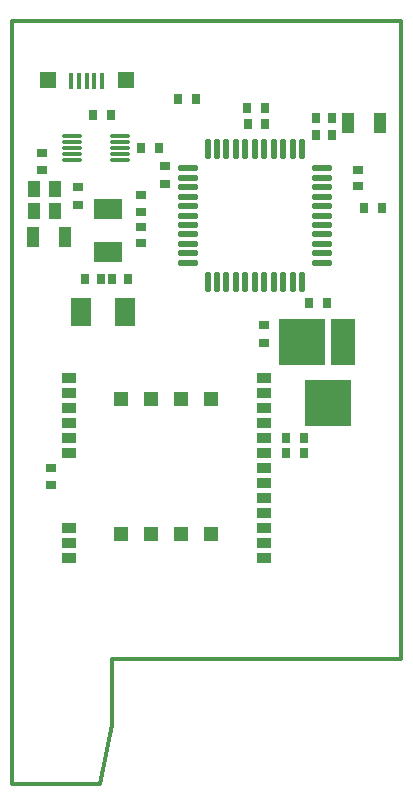
<source format=gtp>
%FSLAX25Y25*%
%MOIN*%
G70*
G01*
G75*
G04 Layer_Color=8421504*
%ADD10R,0.09449X0.06693*%
%ADD11R,0.04331X0.06693*%
%ADD12R,0.03150X0.03543*%
%ADD13R,0.03543X0.03150*%
%ADD14R,0.03937X0.05512*%
%ADD15R,0.05000X0.05000*%
%ADD16R,0.04724X0.03543*%
%ADD17R,0.05512X0.05512*%
%ADD18R,0.01575X0.05315*%
%ADD19R,0.02756X0.03543*%
%ADD20R,0.03543X0.02756*%
%ADD21R,0.07874X0.15748*%
%ADD22R,0.15748X0.15748*%
%ADD23O,0.02165X0.06890*%
%ADD24O,0.06890X0.02165*%
%ADD25O,0.06693X0.01181*%
%ADD26R,0.06693X0.09449*%
%ADD27C,0.01575*%
%ADD28C,0.01181*%
%ADD29C,0.00984*%
%ADD30C,0.01378*%
%ADD31R,0.04724X0.15748*%
%ADD32C,0.12598*%
%ADD33C,0.05906*%
%ADD34R,0.05906X0.05906*%
%ADD35O,0.03937X0.06693*%
%ADD36O,0.05906X0.07874*%
%ADD37C,0.07874*%
%ADD38C,0.03150*%
%ADD39C,0.04724*%
%ADD40C,0.01969*%
%ADD41R,0.04000X0.06000*%
%ADD42R,0.06000X0.04000*%
%ADD43R,0.06496X0.09449*%
%ADD44O,0.00984X0.03937*%
%ADD45O,0.01969X0.00984*%
%ADD46R,0.01969X0.04801*%
%ADD47R,0.05001X0.01969*%
%ADD48O,0.02362X0.06693*%
%ADD49R,0.06299X0.03150*%
%ADD50R,0.11811X0.08268*%
%ADD51R,0.07677X0.10827*%
%ADD52R,0.05906X0.09449*%
%ADD53O,0.02756X0.01772*%
%ADD54O,0.01378X0.06693*%
%ADD55C,0.03150*%
%ADD56C,0.02362*%
%ADD57C,0.00800*%
%ADD58C,0.01000*%
%ADD59C,0.00787*%
%ADD60C,0.00394*%
%ADD61C,0.00591*%
D10*
X67500Y223284D02*
D03*
Y208717D02*
D03*
D11*
X53315Y214000D02*
D03*
X42685D02*
D03*
X147685Y252000D02*
D03*
X158315D02*
D03*
D12*
X136744Y253500D02*
D03*
X142256D02*
D03*
X119748Y251500D02*
D03*
X114236D02*
D03*
X136744Y248000D02*
D03*
X142256D02*
D03*
X74256Y200000D02*
D03*
X68744D02*
D03*
X59744Y200000D02*
D03*
X65256D02*
D03*
D13*
X151000Y230744D02*
D03*
Y236256D02*
D03*
X78500Y211744D02*
D03*
Y217256D02*
D03*
X78500Y227756D02*
D03*
Y222244D02*
D03*
D14*
X42913Y222500D02*
D03*
X50000D02*
D03*
X42957Y230000D02*
D03*
X50043D02*
D03*
D15*
X102000Y160000D02*
D03*
X92000D02*
D03*
X82000D02*
D03*
X72000D02*
D03*
X102000Y115000D02*
D03*
X92000D02*
D03*
X72000D02*
D03*
X82000D02*
D03*
D16*
X119500Y167000D02*
D03*
Y162000D02*
D03*
Y157000D02*
D03*
X54500Y142000D02*
D03*
Y147000D02*
D03*
Y152000D02*
D03*
Y157000D02*
D03*
Y162000D02*
D03*
X119500Y152000D02*
D03*
Y147000D02*
D03*
Y142000D02*
D03*
Y137000D02*
D03*
Y132000D02*
D03*
Y127000D02*
D03*
Y122000D02*
D03*
Y117000D02*
D03*
Y112000D02*
D03*
Y107000D02*
D03*
X54500D02*
D03*
Y112000D02*
D03*
Y117000D02*
D03*
Y167000D02*
D03*
D17*
X47500Y266067D02*
D03*
X73484D02*
D03*
D18*
X65610Y265968D02*
D03*
X63051D02*
D03*
X60492D02*
D03*
X57933D02*
D03*
X55374D02*
D03*
D19*
X78547Y243500D02*
D03*
X84453D02*
D03*
X68453Y254500D02*
D03*
X62547D02*
D03*
X134547Y192000D02*
D03*
X140453D02*
D03*
X127047Y142000D02*
D03*
X132953D02*
D03*
X127047Y147000D02*
D03*
X132953D02*
D03*
X114039Y257000D02*
D03*
X119945D02*
D03*
X91047Y260000D02*
D03*
X96953D02*
D03*
X158953Y223500D02*
D03*
X153047D02*
D03*
D20*
X86500Y231547D02*
D03*
Y237453D02*
D03*
X119500Y184453D02*
D03*
Y178547D02*
D03*
X57500Y224547D02*
D03*
Y230453D02*
D03*
X45500Y236047D02*
D03*
Y241953D02*
D03*
X48492Y136953D02*
D03*
Y131047D02*
D03*
D21*
X145921Y178972D02*
D03*
D22*
X132142D02*
D03*
X141000Y158500D02*
D03*
D23*
X132248Y243244D02*
D03*
X129098D02*
D03*
X125949D02*
D03*
X122799D02*
D03*
X119650D02*
D03*
X116500D02*
D03*
X113350D02*
D03*
X110201D02*
D03*
X107051D02*
D03*
X103902D02*
D03*
X100752D02*
D03*
Y198756D02*
D03*
X103902D02*
D03*
X107051D02*
D03*
X110201D02*
D03*
X113350D02*
D03*
X116500D02*
D03*
X119650D02*
D03*
X122799D02*
D03*
X125949D02*
D03*
X129098D02*
D03*
X132248D02*
D03*
D24*
X94256Y236748D02*
D03*
Y233598D02*
D03*
Y230449D02*
D03*
Y227299D02*
D03*
Y224150D02*
D03*
Y221000D02*
D03*
Y217850D02*
D03*
Y214701D02*
D03*
Y211551D02*
D03*
Y208402D02*
D03*
Y205252D02*
D03*
X138744D02*
D03*
Y208402D02*
D03*
Y211551D02*
D03*
Y214701D02*
D03*
Y217850D02*
D03*
Y221000D02*
D03*
Y224150D02*
D03*
Y227299D02*
D03*
Y230449D02*
D03*
Y233598D02*
D03*
Y236748D02*
D03*
D25*
X55429Y247437D02*
D03*
Y245468D02*
D03*
Y243500D02*
D03*
Y241531D02*
D03*
Y239563D02*
D03*
X71571Y247437D02*
D03*
Y245468D02*
D03*
Y243500D02*
D03*
Y241531D02*
D03*
Y239563D02*
D03*
D26*
X58716Y189000D02*
D03*
X73283D02*
D03*
D28*
X35433Y31496D02*
X64961D01*
X165354Y73228D02*
Y285827D01*
X35433D02*
X165354D01*
X35433Y31496D02*
Y285827D01*
X64961Y31496D02*
X68898Y51181D01*
Y73228D02*
X165354D01*
X68898Y51181D02*
Y73228D01*
M02*

</source>
